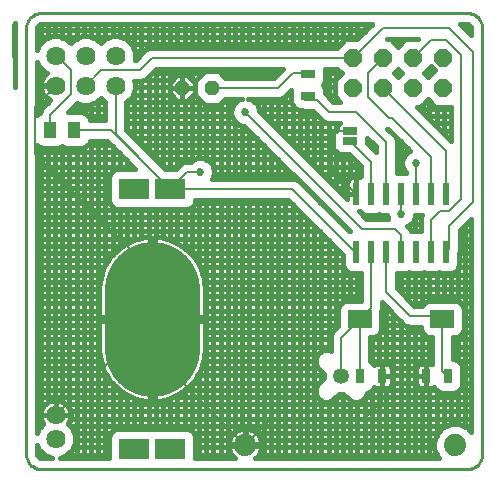
<source format=gtl>
G75*
%MOIN*%
%OFA0B0*%
%FSLAX24Y24*%
%IPPOS*%
%LPD*%
%AMOC8*
5,1,8,0,0,1.08239X$1,22.5*
%
%ADD10C,0.0098*%
%ADD11C,0.0100*%
%ADD12C,0.0640*%
%ADD13OC8,0.0600*%
%ADD14R,0.0433X0.0551*%
%ADD15R,0.1000X0.0700*%
%ADD16C,0.3150*%
%ADD17R,0.0315X0.0472*%
%ADD18R,0.0500X0.0250*%
%ADD19C,0.0740*%
%ADD20R,0.0787X0.0591*%
%ADD21OC8,0.0480*%
%ADD22R,0.0472X0.0315*%
%ADD23R,0.0220X0.0780*%
%ADD24C,0.0531*%
%ADD25C,0.0160*%
%ADD26C,0.0060*%
%ADD27C,0.0270*%
D10*
X001077Y000600D02*
X015277Y000600D01*
X015777Y001100D02*
X015777Y015300D01*
X015277Y015800D02*
X001077Y015800D01*
X000577Y015300D02*
X000577Y001100D01*
X000579Y001056D01*
X000585Y001013D01*
X000594Y000971D01*
X000607Y000929D01*
X000624Y000889D01*
X000644Y000850D01*
X000667Y000813D01*
X000694Y000779D01*
X000723Y000746D01*
X000756Y000717D01*
X000790Y000690D01*
X000827Y000667D01*
X000866Y000647D01*
X000906Y000630D01*
X000948Y000617D01*
X000990Y000608D01*
X001033Y000602D01*
X001077Y000600D01*
D11*
X015277Y000600D02*
X015321Y000602D01*
X015364Y000608D01*
X015406Y000617D01*
X015448Y000630D01*
X015488Y000647D01*
X015527Y000667D01*
X015564Y000690D01*
X015598Y000717D01*
X015631Y000746D01*
X015660Y000779D01*
X015687Y000813D01*
X015710Y000850D01*
X015730Y000889D01*
X015747Y000929D01*
X015760Y000971D01*
X015769Y001013D01*
X015775Y001056D01*
X015777Y001100D01*
X015777Y015300D02*
X015775Y015344D01*
X015769Y015387D01*
X015760Y015429D01*
X015747Y015471D01*
X015730Y015511D01*
X015710Y015550D01*
X015687Y015587D01*
X015660Y015621D01*
X015631Y015654D01*
X015598Y015683D01*
X015564Y015710D01*
X015527Y015733D01*
X015488Y015753D01*
X015448Y015770D01*
X015406Y015783D01*
X015364Y015792D01*
X015321Y015798D01*
X015277Y015800D01*
X001077Y015800D02*
X001033Y015798D01*
X000990Y015792D01*
X000948Y015783D01*
X000906Y015770D01*
X000866Y015753D01*
X000827Y015733D01*
X000790Y015710D01*
X000756Y015683D01*
X000723Y015654D01*
X000694Y015621D01*
X000667Y015587D01*
X000644Y015550D01*
X000624Y015511D01*
X000607Y015471D01*
X000594Y015429D01*
X000585Y015387D01*
X000579Y015344D01*
X000577Y015300D01*
D12*
X001557Y014379D03*
X002557Y014379D03*
X003557Y014379D03*
X003557Y013379D03*
X002557Y013379D03*
X001557Y013379D03*
X001560Y002394D03*
X001560Y001606D03*
D13*
X011477Y013300D03*
X012477Y013300D03*
X013477Y013300D03*
X014477Y013300D03*
X014477Y014300D03*
X013477Y014300D03*
X012477Y014300D03*
X011477Y014300D03*
D14*
X002171Y011900D03*
X001383Y011900D03*
D15*
X004167Y009931D03*
X005387Y009931D03*
X005387Y001269D03*
X004167Y001269D03*
D16*
X004777Y004616D02*
X004777Y006584D01*
D17*
X011723Y003700D03*
X012431Y003700D03*
X013923Y003700D03*
X014631Y003700D03*
D18*
X011377Y011538D03*
X011377Y011862D03*
D19*
X014877Y001400D03*
X007877Y001400D03*
D20*
X011699Y005600D03*
X014455Y005600D03*
D21*
X006777Y013300D03*
X005777Y013300D03*
D22*
X009977Y013046D03*
X009977Y013754D03*
D23*
X011577Y009770D03*
X012077Y009770D03*
X012577Y009770D03*
X013077Y009770D03*
X013577Y009770D03*
X014077Y009770D03*
X014577Y009770D03*
X014577Y007830D03*
X014077Y007830D03*
X013577Y007830D03*
X013077Y007830D03*
X012577Y007830D03*
X012077Y007830D03*
X011577Y007830D03*
D24*
X011077Y003700D03*
D25*
X010491Y003720D02*
X006286Y003720D01*
X006258Y003672D02*
X006335Y003805D01*
X006400Y003944D01*
X006452Y004088D01*
X006492Y004236D01*
X006518Y004386D01*
X006532Y004539D01*
X006532Y005520D01*
X004857Y005520D01*
X004857Y005680D01*
X006532Y005680D01*
X006532Y006661D01*
X006518Y006814D01*
X006492Y006964D01*
X006452Y007112D01*
X006400Y007256D01*
X006335Y007395D01*
X006258Y007528D01*
X006170Y007654D01*
X006072Y007771D01*
X005964Y007879D01*
X005846Y007978D01*
X005721Y008066D01*
X005588Y008142D01*
X005449Y008207D01*
X005305Y008259D01*
X005157Y008299D01*
X005006Y008326D01*
X004857Y008339D01*
X004857Y005680D01*
X004697Y005680D01*
X004697Y008339D01*
X004548Y008326D01*
X004397Y008299D01*
X004249Y008259D01*
X004105Y008207D01*
X003966Y008142D01*
X003833Y008066D01*
X003708Y007978D01*
X003590Y007879D01*
X003482Y007771D01*
X003383Y007654D01*
X003295Y007528D01*
X003219Y007395D01*
X003154Y007256D01*
X003102Y007112D01*
X003062Y006964D01*
X003035Y006814D01*
X003022Y006661D01*
X003022Y005680D01*
X004697Y005680D01*
X004697Y005520D01*
X004857Y005520D01*
X004857Y002861D01*
X005006Y002874D01*
X005157Y002901D01*
X005305Y002941D01*
X005449Y002993D01*
X005588Y003058D01*
X005721Y003134D01*
X005846Y003222D01*
X005964Y003321D01*
X006072Y003429D01*
X006170Y003546D01*
X006258Y003672D01*
X006337Y003809D02*
X006337Y000969D01*
X006207Y000969D02*
X006207Y001683D01*
X006158Y001801D01*
X006068Y001891D01*
X005951Y001939D01*
X004823Y001939D01*
X004777Y001920D01*
X004730Y001939D01*
X003603Y001939D01*
X003485Y001891D01*
X003395Y001801D01*
X003347Y001683D01*
X003347Y000969D01*
X001695Y000969D01*
X001923Y001064D01*
X002103Y001244D01*
X002200Y001479D01*
X002200Y001734D01*
X002103Y001969D01*
X001968Y002104D01*
X001988Y002132D01*
X002024Y002202D01*
X002048Y002277D01*
X002060Y002354D01*
X002060Y002394D01*
X002060Y002433D01*
X002048Y002511D01*
X002024Y002586D01*
X001988Y002656D01*
X001942Y002719D01*
X001886Y002775D01*
X001822Y002821D01*
X001752Y002857D01*
X001677Y002881D01*
X001600Y002894D01*
X001560Y002894D01*
X001521Y002894D01*
X001443Y002881D01*
X001368Y002857D01*
X001298Y002821D01*
X001235Y002775D01*
X001179Y002719D01*
X001133Y002656D01*
X001097Y002586D01*
X001073Y002511D01*
X001060Y002433D01*
X001060Y002394D01*
X001560Y002394D01*
X001560Y002894D01*
X001560Y002394D01*
X001560Y002394D01*
X001560Y002394D01*
X001060Y002394D01*
X001060Y002354D01*
X001073Y002277D01*
X001097Y002202D01*
X001133Y002132D01*
X001153Y002104D01*
X001018Y001969D01*
X000946Y001796D01*
X000946Y011392D01*
X000985Y011353D01*
X001103Y011304D01*
X001663Y011304D01*
X001777Y011351D01*
X001777Y002845D01*
X001901Y002760D02*
X015408Y002760D01*
X015408Y003000D02*
X011870Y003000D01*
X011874Y003004D02*
X011929Y003136D01*
X011929Y003144D01*
X011944Y003144D01*
X012061Y003192D01*
X012151Y003283D01*
X012166Y003318D01*
X012204Y003296D01*
X012250Y003284D01*
X012431Y003284D01*
X012431Y003700D01*
X012431Y004116D01*
X012250Y004116D01*
X012204Y004104D01*
X012166Y004082D01*
X012151Y004117D01*
X012061Y004208D01*
X012049Y004213D01*
X012049Y004985D01*
X012156Y004985D01*
X012274Y005033D01*
X012364Y005123D01*
X012413Y005241D01*
X012413Y005874D01*
X012427Y005908D01*
X012427Y006155D01*
X013080Y005502D01*
X013080Y005502D01*
X013179Y005403D01*
X013307Y005350D01*
X013741Y005350D01*
X013741Y005241D01*
X013790Y005123D01*
X013880Y005033D01*
X013997Y004985D01*
X014105Y004985D01*
X014105Y004116D01*
X014104Y004116D01*
X013923Y004116D01*
X013923Y003700D01*
X013923Y003700D01*
X013923Y003284D01*
X014104Y003284D01*
X014149Y003296D01*
X014188Y003318D01*
X014202Y003283D01*
X014292Y003192D01*
X014410Y003144D01*
X014852Y003144D01*
X014970Y003192D01*
X015060Y003283D01*
X015109Y003400D01*
X015109Y004000D01*
X015060Y004117D01*
X014970Y004208D01*
X014852Y004256D01*
X014805Y004256D01*
X014805Y004985D01*
X014912Y004985D01*
X015030Y005033D01*
X015120Y005123D01*
X015169Y005241D01*
X015169Y005959D01*
X015120Y006077D01*
X015030Y006167D01*
X014912Y006215D01*
X013997Y006215D01*
X013880Y006167D01*
X013790Y006077D01*
X013779Y006050D01*
X013522Y006050D01*
X012927Y006645D01*
X012927Y007120D01*
X013251Y007120D01*
X013327Y007152D01*
X013403Y007120D01*
X013751Y007120D01*
X013827Y007152D01*
X013903Y007120D01*
X014251Y007120D01*
X014327Y007152D01*
X014403Y007120D01*
X014751Y007120D01*
X014868Y007169D01*
X014958Y007259D01*
X015007Y007376D01*
X015007Y007812D01*
X015027Y007860D01*
X015027Y008555D01*
X015408Y008936D01*
X015408Y001845D01*
X015268Y001985D01*
X015014Y002090D01*
X014740Y002090D01*
X014486Y001985D01*
X014292Y001791D01*
X014187Y001537D01*
X014187Y001263D01*
X014292Y001009D01*
X014332Y000969D01*
X008220Y000969D01*
X008235Y000980D01*
X008296Y001042D01*
X008347Y001112D01*
X008387Y001189D01*
X008413Y001271D01*
X008427Y001357D01*
X008427Y001380D01*
X007897Y001380D01*
X007897Y001420D01*
X008427Y001420D01*
X008427Y001443D01*
X008413Y001529D01*
X008387Y001611D01*
X008347Y001688D01*
X008296Y001758D01*
X008235Y001820D01*
X008165Y001870D01*
X008088Y001910D01*
X008006Y001936D01*
X007920Y001950D01*
X007897Y001950D01*
X007897Y001420D01*
X007857Y001420D01*
X007857Y001950D01*
X007834Y001950D01*
X007748Y001936D01*
X007666Y001910D01*
X007589Y001870D01*
X007519Y001820D01*
X007457Y001758D01*
X007406Y001688D01*
X007367Y001611D01*
X007340Y001529D01*
X007327Y001443D01*
X007327Y001420D01*
X007857Y001420D01*
X007857Y001380D01*
X007327Y001380D01*
X007327Y001357D01*
X007340Y001271D01*
X007367Y001189D01*
X007406Y001112D01*
X007457Y001042D01*
X007519Y000980D01*
X007534Y000969D01*
X006207Y000969D01*
X006207Y001080D02*
X007430Y001080D01*
X007297Y000969D02*
X007297Y009581D01*
X007057Y009581D02*
X007057Y000969D01*
X006817Y000969D02*
X006817Y009581D01*
X006577Y009581D02*
X006577Y000969D01*
X006207Y001320D02*
X007333Y001320D01*
X007351Y001560D02*
X006207Y001560D01*
X006159Y001800D02*
X007499Y001800D01*
X007537Y001833D02*
X007537Y009581D01*
X007777Y009581D02*
X007777Y001941D01*
X007857Y001800D02*
X007897Y001800D01*
X008017Y001933D02*
X008017Y009581D01*
X008257Y009581D02*
X008257Y001798D01*
X008255Y001800D02*
X014301Y001800D01*
X014257Y001706D02*
X014257Y003228D01*
X014245Y003240D02*
X012109Y003240D01*
X012097Y003228D02*
X012097Y000969D01*
X011857Y000969D02*
X011857Y002987D01*
X011874Y003004D02*
X011773Y002903D01*
X011641Y002848D01*
X011497Y002848D01*
X011365Y002903D01*
X011153Y003114D01*
X011000Y003114D01*
X010789Y002903D01*
X010656Y002848D01*
X010513Y002848D01*
X010381Y002903D01*
X010280Y003004D01*
X010225Y003136D01*
X010225Y003279D01*
X010280Y003412D01*
X010491Y003623D01*
X010491Y003777D01*
X010280Y003988D01*
X010225Y004121D01*
X010225Y004264D01*
X010280Y004396D01*
X010381Y004497D01*
X010513Y004552D01*
X010656Y004552D01*
X010727Y004523D01*
X010727Y005048D01*
X010780Y005176D01*
X010879Y005275D01*
X010879Y005275D01*
X010985Y005381D01*
X010985Y005959D01*
X011034Y006077D01*
X011124Y006167D01*
X011242Y006215D01*
X011727Y006215D01*
X011727Y007120D01*
X011403Y007120D01*
X011286Y007169D01*
X011196Y007259D01*
X011147Y007376D01*
X011147Y007733D01*
X009299Y009581D01*
X006207Y009581D01*
X006207Y009517D01*
X006158Y009399D01*
X006068Y009309D01*
X005951Y009261D01*
X004823Y009261D01*
X004777Y009280D01*
X004730Y009261D01*
X003603Y009261D01*
X003485Y009309D01*
X003395Y009399D01*
X003347Y009517D01*
X003347Y010344D01*
X003395Y010462D01*
X003485Y010552D01*
X003603Y010601D01*
X004222Y010601D01*
X003273Y011550D01*
X002703Y011550D01*
X002658Y011443D01*
X002568Y011353D01*
X002451Y011304D01*
X001890Y011304D01*
X001777Y011351D01*
X001537Y011304D02*
X001537Y002894D01*
X001560Y002760D02*
X001560Y002760D01*
X001560Y002520D02*
X001560Y002520D01*
X001560Y002394D02*
X002060Y002394D01*
X001560Y002394D01*
X001560Y002394D01*
X001537Y002394D02*
X001537Y002394D01*
X001777Y002394D02*
X001777Y002394D01*
X002017Y002394D02*
X002017Y002394D01*
X002049Y002280D02*
X015408Y002280D01*
X015408Y002520D02*
X002045Y002520D01*
X002017Y002599D02*
X002017Y011304D01*
X002257Y011304D02*
X002257Y000969D01*
X002017Y000969D02*
X002017Y001158D01*
X001939Y001080D02*
X003347Y001080D01*
X003217Y000969D02*
X003217Y003809D01*
X003219Y003805D02*
X003295Y003672D01*
X003383Y003546D01*
X003482Y003429D01*
X003590Y003321D01*
X003708Y003222D01*
X003833Y003134D01*
X003966Y003058D01*
X004105Y002993D01*
X004249Y002941D01*
X004397Y002901D01*
X004548Y002874D01*
X004697Y002861D01*
X004697Y005520D01*
X003022Y005520D01*
X003022Y004539D01*
X003035Y004386D01*
X003062Y004236D01*
X003102Y004088D01*
X003154Y003944D01*
X003219Y003805D01*
X003268Y003720D02*
X000946Y003720D01*
X000946Y003960D02*
X003148Y003960D01*
X003072Y004200D02*
X000946Y004200D01*
X000946Y004440D02*
X003031Y004440D01*
X003022Y004680D02*
X000946Y004680D01*
X000946Y004920D02*
X003022Y004920D01*
X003022Y005160D02*
X000946Y005160D01*
X000946Y005400D02*
X003022Y005400D01*
X003217Y005520D02*
X003217Y005680D01*
X003022Y005880D02*
X000946Y005880D01*
X000946Y005640D02*
X004697Y005640D01*
X004657Y005680D02*
X004657Y005520D01*
X004697Y005400D02*
X004857Y005400D01*
X004897Y005520D02*
X004897Y005680D01*
X004857Y005640D02*
X010985Y005640D01*
X010985Y005880D02*
X006532Y005880D01*
X006337Y005680D02*
X006337Y005520D01*
X006532Y005400D02*
X010985Y005400D01*
X010897Y005293D02*
X010897Y007983D01*
X010840Y008040D02*
X005757Y008040D01*
X005857Y007969D02*
X005857Y009261D01*
X005617Y009261D02*
X005617Y008126D01*
X005377Y008233D02*
X005377Y009261D01*
X005137Y009261D02*
X005137Y008303D01*
X005228Y008280D02*
X010600Y008280D01*
X010657Y008223D02*
X010657Y004552D01*
X010727Y004680D02*
X006532Y004680D01*
X006532Y004920D02*
X010727Y004920D01*
X010773Y005160D02*
X006532Y005160D01*
X006097Y005520D02*
X006097Y005680D01*
X005857Y005680D02*
X005857Y005520D01*
X005617Y005520D02*
X005617Y005680D01*
X005377Y005680D02*
X005377Y005520D01*
X005137Y005520D02*
X005137Y005680D01*
X004857Y005880D02*
X004697Y005880D01*
X004697Y006120D02*
X004857Y006120D01*
X004857Y006360D02*
X004697Y006360D01*
X004697Y006600D02*
X004857Y006600D01*
X004857Y006840D02*
X004697Y006840D01*
X004697Y007080D02*
X004857Y007080D01*
X004857Y007320D02*
X004697Y007320D01*
X004697Y007560D02*
X004857Y007560D01*
X004857Y007800D02*
X004697Y007800D01*
X004697Y008040D02*
X004857Y008040D01*
X004857Y008280D02*
X004697Y008280D01*
X004657Y008335D02*
X004657Y009261D01*
X004897Y009261D02*
X004897Y008335D01*
X004417Y008303D02*
X004417Y009261D01*
X004177Y009261D02*
X004177Y008233D01*
X004325Y008280D02*
X000946Y008280D01*
X000946Y008040D02*
X003796Y008040D01*
X003697Y007969D02*
X003697Y009261D01*
X003457Y009338D02*
X003457Y007741D01*
X003511Y007800D02*
X000946Y007800D01*
X000946Y007560D02*
X003318Y007560D01*
X003217Y007391D02*
X003217Y011550D01*
X002977Y011550D02*
X002977Y000969D01*
X002737Y000969D02*
X002737Y011550D01*
X002615Y011400D02*
X003423Y011400D01*
X003457Y011366D02*
X003457Y010523D01*
X003386Y010440D02*
X000946Y010440D01*
X000946Y010680D02*
X004143Y010680D01*
X004177Y010646D02*
X004177Y010601D01*
X003937Y010601D02*
X003937Y010886D01*
X003903Y010920D02*
X000946Y010920D01*
X000946Y011160D02*
X003663Y011160D01*
X003697Y011126D02*
X003697Y010601D01*
X003347Y010200D02*
X000946Y010200D01*
X000946Y009960D02*
X003347Y009960D01*
X003347Y009720D02*
X000946Y009720D01*
X000946Y009480D02*
X003362Y009480D01*
X003937Y009261D02*
X003937Y008126D01*
X003184Y007320D02*
X000946Y007320D01*
X000946Y007080D02*
X003093Y007080D01*
X003040Y006840D02*
X000946Y006840D01*
X000946Y006600D02*
X003022Y006600D01*
X003022Y006360D02*
X000946Y006360D01*
X000946Y006120D02*
X003022Y006120D01*
X003457Y005680D02*
X003457Y005520D01*
X003697Y005520D02*
X003697Y005680D01*
X003937Y005680D02*
X003937Y005520D01*
X004177Y005520D02*
X004177Y005680D01*
X004417Y005680D02*
X004417Y005520D01*
X004697Y005160D02*
X004857Y005160D01*
X004857Y004920D02*
X004697Y004920D01*
X004697Y004680D02*
X004857Y004680D01*
X004857Y004440D02*
X004697Y004440D01*
X004697Y004200D02*
X004857Y004200D01*
X004857Y003960D02*
X004697Y003960D01*
X004697Y003720D02*
X004857Y003720D01*
X004857Y003480D02*
X004697Y003480D01*
X004697Y003240D02*
X004857Y003240D01*
X004857Y003000D02*
X004697Y003000D01*
X004657Y002865D02*
X004657Y001939D01*
X004897Y001939D02*
X004897Y002865D01*
X005137Y002897D02*
X005137Y001939D01*
X005377Y001939D02*
X005377Y002967D01*
X005464Y003000D02*
X010283Y003000D01*
X010417Y002888D02*
X010417Y000969D01*
X010177Y000969D02*
X010177Y008703D01*
X010120Y008760D02*
X000946Y008760D01*
X000946Y008520D02*
X010360Y008520D01*
X010417Y008463D02*
X010417Y004512D01*
X010323Y004440D02*
X006523Y004440D01*
X006482Y004200D02*
X010225Y004200D01*
X010308Y003960D02*
X006406Y003960D01*
X006115Y003480D02*
X010348Y003480D01*
X010417Y003549D02*
X010417Y003851D01*
X010225Y003240D02*
X005867Y003240D01*
X005857Y003231D02*
X005857Y001939D01*
X005617Y001939D02*
X005617Y003074D01*
X006097Y003459D02*
X006097Y001862D01*
X007537Y001420D02*
X007537Y001380D01*
X007777Y001380D02*
X007777Y001420D01*
X007857Y001560D02*
X007897Y001560D01*
X008017Y001420D02*
X008017Y001380D01*
X008257Y001380D02*
X008257Y001420D01*
X008421Y001320D02*
X014187Y001320D01*
X014196Y001560D02*
X008403Y001560D01*
X008324Y001080D02*
X014263Y001080D01*
X014257Y001094D02*
X014257Y000969D01*
X014017Y000969D02*
X014017Y003284D01*
X013923Y003284D02*
X013741Y003284D01*
X013696Y003296D01*
X013655Y003320D01*
X013621Y003353D01*
X013597Y003394D01*
X013585Y003440D01*
X013585Y003700D01*
X013923Y003700D01*
X013923Y003700D01*
X013923Y004116D01*
X013741Y004116D01*
X013696Y004104D01*
X013655Y004080D01*
X013621Y004047D01*
X013597Y004006D01*
X013585Y003960D01*
X012769Y003960D01*
X012769Y003700D01*
X012431Y003700D01*
X012431Y003700D01*
X012431Y003700D01*
X012431Y004116D01*
X012612Y004116D01*
X012658Y004104D01*
X012699Y004080D01*
X012733Y004047D01*
X012756Y004006D01*
X012769Y003960D01*
X012769Y003720D02*
X013585Y003720D01*
X013585Y003700D02*
X013585Y003960D01*
X013585Y003700D02*
X013923Y003700D01*
X013923Y003284D01*
X013777Y003284D02*
X013777Y000969D01*
X013537Y000969D02*
X013537Y005350D01*
X013297Y005354D02*
X013297Y000969D01*
X013057Y000969D02*
X013057Y005525D01*
X012942Y005640D02*
X012413Y005640D01*
X012415Y005880D02*
X012702Y005880D01*
X012817Y005765D02*
X012817Y000969D01*
X012577Y000969D02*
X012577Y003284D01*
X012612Y003284D02*
X012431Y003284D01*
X012431Y003700D01*
X012431Y003700D01*
X012769Y003700D01*
X012769Y003440D01*
X012756Y003394D01*
X012733Y003353D01*
X012699Y003320D01*
X012658Y003296D01*
X012612Y003284D01*
X012769Y003480D02*
X013585Y003480D01*
X013777Y003700D02*
X013777Y003700D01*
X013923Y003700D02*
X013923Y003700D01*
X013923Y003720D02*
X013923Y003720D01*
X013923Y003960D02*
X013923Y003960D01*
X014017Y004116D02*
X014017Y004985D01*
X014105Y004920D02*
X012049Y004920D01*
X012097Y004985D02*
X012097Y004172D01*
X012069Y004200D02*
X014105Y004200D01*
X014105Y004440D02*
X012049Y004440D01*
X012049Y004680D02*
X014105Y004680D01*
X013777Y005155D02*
X013777Y004116D01*
X013923Y003480D02*
X013923Y003480D01*
X014497Y003144D02*
X014497Y001989D01*
X014619Y002040D02*
X002032Y002040D01*
X002017Y002055D02*
X002017Y002188D01*
X002173Y001800D02*
X003395Y001800D01*
X003457Y001862D02*
X003457Y003459D01*
X003439Y003480D02*
X000946Y003480D01*
X000946Y003240D02*
X003686Y003240D01*
X003697Y003231D02*
X003697Y001939D01*
X003937Y001939D02*
X003937Y003074D01*
X004090Y003000D02*
X000946Y003000D01*
X000946Y002760D02*
X001220Y002760D01*
X001297Y002820D02*
X001297Y011304D01*
X001057Y011324D02*
X001057Y002008D01*
X001089Y002040D02*
X000946Y002040D01*
X000946Y001800D02*
X000948Y001800D01*
X000946Y001417D02*
X001018Y001244D01*
X001198Y001064D01*
X001426Y000969D01*
X001077Y000969D01*
X001051Y000972D01*
X001004Y000991D01*
X000968Y001027D01*
X000949Y001074D01*
X000946Y001100D01*
X000946Y001417D01*
X000946Y001320D02*
X000986Y001320D01*
X001057Y001205D02*
X001057Y000971D01*
X000948Y001080D02*
X001182Y001080D01*
X001297Y001023D02*
X001297Y000969D01*
X001777Y000969D02*
X001777Y001003D01*
X002134Y001320D02*
X003347Y001320D01*
X003347Y001560D02*
X002200Y001560D01*
X002497Y000969D02*
X002497Y011324D01*
X002703Y012250D02*
X002658Y012357D01*
X002568Y012447D01*
X002451Y012496D01*
X001967Y012496D01*
X002275Y012803D01*
X002430Y012739D01*
X002684Y012739D01*
X002920Y012836D01*
X003057Y012974D01*
X003195Y012836D01*
X003207Y012831D01*
X003207Y012250D01*
X002703Y012250D01*
X002737Y012250D02*
X002737Y012760D01*
X002924Y012840D02*
X003191Y012840D01*
X002977Y012893D02*
X002977Y012250D01*
X003207Y012360D02*
X002655Y012360D01*
X002497Y012476D02*
X002497Y012739D01*
X002257Y012785D02*
X002257Y012496D01*
X002072Y012600D02*
X003207Y012600D01*
X003907Y012600D02*
X007426Y012600D01*
X007422Y012591D02*
X007422Y012409D01*
X007491Y012242D01*
X007619Y012114D01*
X007786Y012045D01*
X007837Y012045D01*
X011360Y008522D01*
X011351Y008518D01*
X009642Y010227D01*
X009513Y010281D01*
X006779Y010281D01*
X006832Y010409D01*
X006832Y010591D01*
X006763Y010758D01*
X006635Y010886D01*
X006467Y010955D01*
X006286Y010955D01*
X006119Y010886D01*
X006083Y010850D01*
X005887Y010850D01*
X005758Y010797D01*
X005562Y010601D01*
X005212Y010601D01*
X003907Y011906D01*
X003907Y012831D01*
X003920Y012836D01*
X004100Y013016D01*
X004197Y013251D01*
X004197Y013506D01*
X004179Y013550D01*
X004446Y013550D01*
X004575Y013603D01*
X004922Y013950D01*
X009132Y013950D01*
X008832Y013650D01*
X007219Y013650D01*
X007009Y013860D01*
X006545Y013860D01*
X006217Y013532D01*
X006217Y013068D01*
X006545Y012740D01*
X007009Y012740D01*
X007219Y012950D01*
X007774Y012950D01*
X007619Y012886D01*
X007491Y012758D01*
X007422Y012591D01*
X007537Y012803D02*
X007537Y012950D01*
X007573Y012840D02*
X007109Y012840D01*
X007057Y012788D02*
X007057Y010281D01*
X007297Y010281D02*
X007297Y012950D01*
X006817Y012740D02*
X006817Y010627D01*
X006795Y010680D02*
X009202Y010680D01*
X009217Y010665D02*
X009217Y010281D01*
X009457Y010281D02*
X009457Y010425D01*
X009442Y010440D02*
X006832Y010440D01*
X006817Y010373D02*
X006817Y010281D01*
X006577Y010910D02*
X006577Y012740D01*
X006445Y012840D02*
X003924Y012840D01*
X003937Y012853D02*
X003937Y011876D01*
X003933Y011880D02*
X008002Y011880D01*
X008017Y011865D02*
X008017Y010281D01*
X007777Y010281D02*
X007777Y012049D01*
X007613Y012120D02*
X003907Y012120D01*
X003907Y012360D02*
X007442Y012360D01*
X007537Y012197D02*
X007537Y010281D01*
X008257Y010281D02*
X008257Y011625D01*
X008242Y011640D02*
X004173Y011640D01*
X004177Y011636D02*
X004177Y013202D01*
X004197Y013320D02*
X005357Y013320D01*
X005357Y013300D02*
X005777Y013300D01*
X006197Y013300D01*
X006197Y013474D01*
X005951Y013720D01*
X005777Y013720D01*
X005777Y013300D01*
X005777Y013300D01*
X006197Y013300D01*
X006197Y013126D01*
X005951Y012880D01*
X005777Y012880D01*
X005777Y013300D01*
X005777Y013300D01*
X005777Y013300D01*
X005777Y012880D01*
X005603Y012880D01*
X005357Y013126D01*
X005357Y013300D01*
X005777Y013300D01*
X005777Y013720D01*
X005603Y013720D01*
X005357Y013474D01*
X005357Y013300D01*
X005377Y013300D02*
X005377Y013300D01*
X005377Y013106D02*
X005377Y010601D01*
X005137Y010676D02*
X005137Y013950D01*
X005377Y013950D02*
X005377Y013494D01*
X005443Y013560D02*
X004471Y013560D01*
X004417Y013550D02*
X004417Y011396D01*
X004413Y011400D02*
X008482Y011400D01*
X008497Y011385D02*
X008497Y010281D01*
X008737Y010281D02*
X008737Y011145D01*
X008722Y011160D02*
X004653Y011160D01*
X004657Y011156D02*
X004657Y013685D01*
X004772Y013800D02*
X006485Y013800D01*
X006577Y013860D02*
X006577Y013950D01*
X006817Y013950D02*
X006817Y013860D01*
X007057Y013812D02*
X007057Y013950D01*
X007069Y013800D02*
X008982Y013800D01*
X008977Y013795D02*
X008977Y013950D01*
X008737Y013950D02*
X008737Y013650D01*
X008497Y013650D02*
X008497Y013950D01*
X008257Y013950D02*
X008257Y013650D01*
X008017Y013650D02*
X008017Y013950D01*
X007777Y013950D02*
X007777Y013650D01*
X007537Y013650D02*
X007537Y013950D01*
X007297Y013950D02*
X007297Y013650D01*
X007979Y012950D02*
X009046Y012950D01*
X009175Y013003D01*
X009421Y013249D01*
X009421Y012825D01*
X009469Y012707D01*
X009559Y012617D01*
X009677Y012568D01*
X009763Y012568D01*
X009807Y012550D01*
X010132Y012550D01*
X010380Y012302D01*
X010479Y012203D01*
X010607Y012150D01*
X011049Y012150D01*
X011016Y012131D01*
X010983Y012098D01*
X010959Y012057D01*
X010947Y012011D01*
X010947Y011935D01*
X010946Y011934D01*
X010856Y011844D01*
X010807Y011726D01*
X010807Y011349D01*
X010856Y011232D01*
X010946Y011142D01*
X011063Y011093D01*
X011327Y011093D01*
X011727Y010693D01*
X011727Y010373D01*
X011696Y010341D01*
X011695Y010340D01*
X011577Y010340D01*
X011577Y009770D01*
X011577Y009770D01*
X011577Y010340D01*
X011443Y010340D01*
X011397Y010328D01*
X011356Y010304D01*
X011323Y010271D01*
X011299Y010229D01*
X011287Y010184D01*
X011287Y009770D01*
X011287Y009585D01*
X008332Y012540D01*
X008332Y012591D01*
X008263Y012758D01*
X008135Y012886D01*
X007979Y012950D01*
X008017Y012950D02*
X008017Y012934D01*
X008180Y012840D02*
X009421Y012840D01*
X009457Y012737D02*
X009457Y011415D01*
X009472Y011400D02*
X010807Y011400D01*
X010807Y011640D02*
X009232Y011640D01*
X009217Y011655D02*
X009217Y013045D01*
X009252Y013080D02*
X009421Y013080D01*
X008977Y012950D02*
X008977Y011895D01*
X008992Y011880D02*
X010891Y011880D01*
X010897Y011885D02*
X010897Y012150D01*
X011005Y012120D02*
X008752Y012120D01*
X008737Y012135D02*
X008737Y012950D01*
X008497Y012950D02*
X008497Y012375D01*
X008512Y012360D02*
X010322Y012360D01*
X010417Y012265D02*
X010417Y010455D01*
X010432Y010440D02*
X011727Y010440D01*
X011617Y010340D02*
X011617Y010803D01*
X011727Y010680D02*
X010192Y010680D01*
X010177Y010695D02*
X010177Y012505D01*
X009937Y012550D02*
X009937Y010935D01*
X009952Y010920D02*
X011500Y010920D01*
X011377Y011043D02*
X011377Y010316D01*
X011291Y010200D02*
X010672Y010200D01*
X010657Y010215D02*
X010657Y012150D01*
X010822Y012850D02*
X010533Y013139D01*
X010533Y013267D01*
X010484Y013384D01*
X010469Y013400D01*
X010484Y013416D01*
X010533Y013533D01*
X010533Y013950D01*
X010950Y013950D01*
X011100Y013800D01*
X010533Y013800D01*
X010657Y013950D02*
X010657Y013015D01*
X010592Y013080D02*
X010857Y013080D01*
X010857Y013043D02*
X011050Y012850D01*
X010822Y012850D01*
X010897Y012850D02*
X010897Y013003D01*
X010857Y013043D02*
X010857Y013557D01*
X011100Y013800D01*
X010897Y013950D02*
X010897Y013597D01*
X010860Y013560D02*
X010533Y013560D01*
X010511Y013320D02*
X010857Y013320D01*
X009697Y012568D02*
X009697Y011175D01*
X009712Y011160D02*
X010927Y011160D01*
X010897Y011190D02*
X010897Y009975D01*
X010912Y009960D02*
X011287Y009960D01*
X011287Y009770D02*
X011577Y009770D01*
X011287Y009770D01*
X011287Y009720D02*
X011152Y009720D01*
X011137Y009735D02*
X011137Y011093D01*
X011947Y011463D02*
X012227Y011183D01*
X012227Y011355D01*
X011947Y011635D01*
X011947Y011463D01*
X012010Y011400D02*
X012182Y011400D01*
X012097Y011485D02*
X012097Y011313D01*
X012692Y011880D02*
X012702Y011880D01*
X012632Y011950D02*
X012622Y011950D01*
X012775Y011797D01*
X012874Y011698D01*
X012927Y011570D01*
X012927Y010480D01*
X013227Y010480D01*
X013227Y010507D01*
X013191Y010542D01*
X013122Y010709D01*
X013122Y010891D01*
X013191Y011058D01*
X013319Y011186D01*
X013374Y011208D01*
X012632Y011950D01*
X012817Y011765D02*
X012817Y011755D01*
X012898Y011640D02*
X012942Y011640D01*
X013057Y011525D02*
X013057Y010480D01*
X013134Y010680D02*
X012927Y010680D01*
X012927Y010920D02*
X013134Y010920D01*
X013293Y011160D02*
X012927Y011160D01*
X012927Y011400D02*
X013182Y011400D01*
X013297Y011285D02*
X013297Y011163D01*
X014152Y012120D02*
X014727Y012120D01*
X014727Y012360D02*
X013912Y012360D01*
X014017Y012255D02*
X014017Y012883D01*
X013977Y012923D02*
X014220Y012680D01*
X014727Y012680D01*
X014727Y011545D01*
X013592Y012680D01*
X013734Y012680D01*
X013977Y012923D01*
X013894Y012840D02*
X014060Y012840D01*
X013777Y012723D02*
X013777Y012495D01*
X013672Y012600D02*
X014727Y012600D01*
X014497Y012680D02*
X014497Y011775D01*
X014392Y011880D02*
X014727Y011880D01*
X014727Y011640D02*
X014632Y011640D01*
X014257Y012015D02*
X014257Y012680D01*
X013977Y013677D02*
X013854Y013800D01*
X014100Y013800D01*
X014017Y013717D02*
X014017Y013963D01*
X014076Y014022D02*
X013854Y013800D01*
X013977Y013677D02*
X014199Y013899D01*
X014076Y014022D01*
X013100Y013800D02*
X012854Y013800D01*
X012977Y013923D01*
X013100Y013800D01*
X012977Y013677D01*
X012854Y013800D01*
X013057Y013757D02*
X013057Y013843D01*
X012977Y014677D02*
X012734Y014920D01*
X012592Y014920D01*
X012622Y014950D01*
X013632Y014950D01*
X013602Y014920D01*
X013220Y014920D01*
X012977Y014677D01*
X013057Y014757D02*
X013057Y014950D01*
X012817Y014950D02*
X012817Y014837D01*
X012894Y014760D02*
X013060Y014760D01*
X013297Y014920D02*
X013297Y014950D01*
X013537Y014950D02*
X013537Y014920D01*
X012113Y015431D02*
X011602Y014920D01*
X011220Y014920D01*
X010950Y014650D01*
X004707Y014650D01*
X004579Y014597D01*
X004480Y014498D01*
X004232Y014250D01*
X004197Y014250D01*
X004197Y014251D01*
X004197Y014506D01*
X004100Y014741D01*
X003920Y014921D01*
X003684Y015019D01*
X003430Y015019D01*
X003195Y014921D01*
X003057Y014784D01*
X002920Y014921D01*
X002684Y015019D01*
X002430Y015019D01*
X002195Y014921D01*
X002057Y014784D01*
X001920Y014921D01*
X001684Y015019D01*
X001430Y015019D01*
X001195Y014921D01*
X001015Y014741D01*
X000946Y014576D01*
X000946Y015225D01*
X000947Y015226D01*
X000947Y015300D01*
X000949Y015325D01*
X000969Y015372D01*
X001005Y015408D01*
X001051Y015428D01*
X001077Y015430D01*
X001150Y015430D01*
X001152Y015431D01*
X012113Y015431D01*
X012097Y015431D02*
X012097Y015415D01*
X011857Y015431D02*
X011857Y015175D01*
X011922Y015240D02*
X000947Y015240D01*
X000946Y015000D02*
X001385Y015000D01*
X001297Y014964D02*
X001297Y015431D01*
X001057Y015428D02*
X001057Y014784D01*
X001033Y014760D02*
X000946Y014760D01*
X000946Y014182D02*
X001015Y014016D01*
X001195Y013836D01*
X001285Y013799D01*
X001231Y013760D01*
X001176Y013704D01*
X001130Y013641D01*
X001094Y013571D01*
X001069Y013496D01*
X001057Y013418D01*
X001057Y013387D01*
X001549Y013387D01*
X001549Y013370D01*
X001057Y013370D01*
X001057Y013339D01*
X001069Y013262D01*
X001094Y013187D01*
X001130Y013117D01*
X001176Y013053D01*
X001231Y012997D01*
X001295Y012951D01*
X001365Y012915D01*
X001389Y012908D01*
X001086Y012605D01*
X001033Y012476D01*
X001033Y012467D01*
X000985Y012447D01*
X000946Y012408D01*
X000946Y014182D01*
X000946Y014040D02*
X001005Y014040D01*
X001057Y013974D02*
X001057Y012533D01*
X001085Y012600D02*
X000946Y012600D01*
X000946Y012840D02*
X001322Y012840D01*
X001297Y012815D02*
X001297Y012950D01*
X001156Y013080D02*
X000946Y013080D01*
X000946Y013320D02*
X001060Y013320D01*
X001297Y013370D02*
X001297Y013387D01*
X001090Y013560D02*
X000946Y013560D01*
X000946Y013800D02*
X001282Y013800D01*
X001537Y013387D02*
X001537Y013370D01*
X002017Y012545D02*
X002017Y012496D01*
X000208Y013340D02*
X000180Y015304D01*
X000187Y015389D01*
X000207Y015462D01*
X000207Y015226D01*
X000208Y015225D01*
X000208Y013340D01*
X000205Y013560D02*
X000208Y013560D01*
X000201Y013800D02*
X000208Y013800D01*
X000198Y014040D02*
X000208Y014040D01*
X000194Y014280D02*
X000208Y014280D01*
X000191Y014520D02*
X000208Y014520D01*
X000188Y014760D02*
X000208Y014760D01*
X000208Y015000D02*
X000184Y015000D01*
X000181Y015240D02*
X000207Y015240D01*
X001537Y015431D02*
X001537Y015019D01*
X001730Y015000D02*
X002385Y015000D01*
X002497Y015019D02*
X002497Y015431D01*
X002737Y015431D02*
X002737Y014997D01*
X002730Y015000D02*
X003385Y015000D01*
X003457Y015019D02*
X003457Y015431D01*
X003697Y015431D02*
X003697Y015014D01*
X003730Y015000D02*
X011682Y015000D01*
X011617Y014935D02*
X011617Y015431D01*
X011377Y015431D02*
X011377Y014920D01*
X011137Y014837D02*
X011137Y015431D01*
X010897Y015431D02*
X010897Y014650D01*
X011060Y014760D02*
X004081Y014760D01*
X003937Y014904D02*
X003937Y015431D01*
X004177Y015431D02*
X004177Y014555D01*
X004191Y014520D02*
X004502Y014520D01*
X004417Y014435D02*
X004417Y015431D01*
X004657Y015431D02*
X004657Y014629D01*
X004897Y014650D02*
X004897Y015431D01*
X005137Y015431D02*
X005137Y014650D01*
X005377Y014650D02*
X005377Y015431D01*
X005617Y015431D02*
X005617Y014650D01*
X005857Y014650D02*
X005857Y015431D01*
X006097Y015431D02*
X006097Y014650D01*
X006337Y014650D02*
X006337Y015431D01*
X006577Y015431D02*
X006577Y014650D01*
X006817Y014650D02*
X006817Y015431D01*
X007057Y015431D02*
X007057Y014650D01*
X007297Y014650D02*
X007297Y015431D01*
X007537Y015431D02*
X007537Y014650D01*
X007777Y014650D02*
X007777Y015431D01*
X008017Y015431D02*
X008017Y014650D01*
X008257Y014650D02*
X008257Y015431D01*
X008497Y015431D02*
X008497Y014650D01*
X008737Y014650D02*
X008737Y015431D01*
X008977Y015431D02*
X008977Y014650D01*
X009217Y014650D02*
X009217Y015431D01*
X009457Y015431D02*
X009457Y014650D01*
X009697Y014650D02*
X009697Y015431D01*
X009937Y015431D02*
X009937Y014650D01*
X010177Y014650D02*
X010177Y015431D01*
X010417Y015431D02*
X010417Y014650D01*
X010657Y014650D02*
X010657Y015431D01*
X008257Y012950D02*
X008257Y012763D01*
X008328Y012600D02*
X009600Y012600D01*
X008962Y010920D02*
X006552Y010920D01*
X006337Y010955D02*
X006337Y012948D01*
X006217Y013080D02*
X006151Y013080D01*
X006097Y013026D02*
X006097Y010863D01*
X006202Y010920D02*
X004893Y010920D01*
X004897Y010916D02*
X004897Y013925D01*
X004262Y014280D02*
X004197Y014280D01*
X003217Y014931D02*
X003217Y015431D01*
X002977Y015431D02*
X002977Y014864D01*
X002257Y014947D02*
X002257Y015431D01*
X002017Y015431D02*
X002017Y014824D01*
X001777Y014980D02*
X001777Y015431D01*
X004126Y013080D02*
X005403Y013080D01*
X005617Y012880D02*
X005617Y010655D01*
X005641Y010680D02*
X005133Y010680D01*
X005857Y010838D02*
X005857Y012880D01*
X005777Y013080D02*
X005777Y013080D01*
X005777Y013300D02*
X005777Y013300D01*
X005777Y013320D02*
X005777Y013320D01*
X005857Y013300D02*
X005857Y013300D01*
X005617Y013300D02*
X005617Y013300D01*
X005777Y013560D02*
X005777Y013560D01*
X005857Y013720D02*
X005857Y013950D01*
X005617Y013950D02*
X005617Y013720D01*
X006097Y013574D02*
X006097Y013950D01*
X006337Y013950D02*
X006337Y013652D01*
X006245Y013560D02*
X006111Y013560D01*
X006197Y013320D02*
X006217Y013320D01*
X006097Y013300D02*
X006097Y013300D01*
X008977Y010905D02*
X008977Y010281D01*
X009669Y010200D02*
X009682Y010200D01*
X009697Y010185D02*
X009697Y010173D01*
X009909Y009960D02*
X009922Y009960D01*
X009937Y009945D02*
X009937Y009933D01*
X010149Y009720D02*
X010162Y009720D01*
X010177Y009705D02*
X010177Y009693D01*
X010389Y009480D02*
X010402Y009480D01*
X010417Y009465D02*
X010417Y009453D01*
X010629Y009240D02*
X010642Y009240D01*
X010657Y009225D02*
X010657Y009213D01*
X010869Y009000D02*
X010882Y009000D01*
X010897Y008985D02*
X010897Y008973D01*
X011109Y008760D02*
X011122Y008760D01*
X011137Y008745D02*
X011137Y008733D01*
X011349Y008520D02*
X011355Y008520D01*
X011857Y009015D02*
X011857Y009079D01*
X011903Y009060D02*
X012251Y009060D01*
X012327Y009092D01*
X012403Y009060D01*
X012622Y009060D01*
X012622Y009009D01*
X012646Y008950D01*
X011922Y008950D01*
X011672Y009200D01*
X011695Y009200D01*
X011696Y009199D01*
X011786Y009109D01*
X011903Y009060D01*
X011872Y009000D02*
X012626Y009000D01*
X012577Y008950D02*
X012577Y009060D01*
X012337Y009087D02*
X012337Y008950D01*
X012097Y008950D02*
X012097Y009060D01*
X011577Y009770D02*
X011577Y009770D01*
X011377Y009770D02*
X011377Y009770D01*
X011577Y009960D02*
X011577Y009960D01*
X011577Y010200D02*
X011577Y010200D01*
X009937Y008943D02*
X009937Y000969D01*
X009697Y000969D02*
X009697Y009183D01*
X009640Y009240D02*
X000946Y009240D01*
X000946Y009000D02*
X009880Y009000D01*
X009457Y009423D02*
X009457Y000969D01*
X009217Y000969D02*
X009217Y009581D01*
X009400Y009480D02*
X006192Y009480D01*
X006097Y009338D02*
X006097Y007741D01*
X006043Y007800D02*
X011080Y007800D01*
X011137Y007743D02*
X011137Y006172D01*
X011077Y006120D02*
X006532Y006120D01*
X006532Y006360D02*
X011727Y006360D01*
X011617Y006215D02*
X011617Y007120D01*
X011727Y007080D02*
X006461Y007080D01*
X006370Y007320D02*
X011170Y007320D01*
X011377Y007131D02*
X011377Y006215D01*
X011727Y006600D02*
X006532Y006600D01*
X006514Y006840D02*
X011727Y006840D01*
X012427Y006120D02*
X012462Y006120D01*
X012577Y006005D02*
X012577Y004116D01*
X012431Y003960D02*
X012431Y003960D01*
X012337Y004116D02*
X012337Y005096D01*
X012379Y005160D02*
X013775Y005160D01*
X013187Y005400D02*
X012413Y005400D01*
X013297Y006275D02*
X013297Y007139D01*
X013537Y007120D02*
X013537Y006050D01*
X013452Y006120D02*
X013833Y006120D01*
X013777Y006050D02*
X013777Y007131D01*
X014017Y007120D02*
X014017Y006215D01*
X014257Y006215D02*
X014257Y007123D01*
X014497Y007120D02*
X014497Y006215D01*
X014737Y006215D02*
X014737Y007120D01*
X014977Y007304D02*
X014977Y006188D01*
X015076Y006120D02*
X015408Y006120D01*
X015408Y006360D02*
X013212Y006360D01*
X013057Y006515D02*
X013057Y007120D01*
X012927Y007080D02*
X015408Y007080D01*
X015408Y007320D02*
X014984Y007320D01*
X015007Y007560D02*
X015408Y007560D01*
X015408Y007800D02*
X015007Y007800D01*
X015027Y008040D02*
X015408Y008040D01*
X015408Y008280D02*
X015027Y008280D01*
X015027Y008520D02*
X015408Y008520D01*
X015408Y008760D02*
X015232Y008760D01*
X015217Y008745D02*
X015217Y002006D01*
X015135Y002040D02*
X015408Y002040D01*
X014977Y002090D02*
X014977Y003199D01*
X015017Y003240D02*
X015408Y003240D01*
X015408Y003480D02*
X015109Y003480D01*
X015109Y003720D02*
X015408Y003720D01*
X015408Y003960D02*
X015109Y003960D01*
X014977Y004200D02*
X015408Y004200D01*
X015408Y004440D02*
X014805Y004440D01*
X014977Y004201D02*
X014977Y005012D01*
X014805Y004920D02*
X015408Y004920D01*
X015408Y004680D02*
X014805Y004680D01*
X015135Y005160D02*
X015408Y005160D01*
X015408Y005400D02*
X015169Y005400D01*
X015169Y005640D02*
X015408Y005640D01*
X015408Y005880D02*
X015169Y005880D01*
X015408Y006600D02*
X012972Y006600D01*
X012927Y006840D02*
X015408Y006840D01*
X013727Y008540D02*
X013403Y008540D01*
X013399Y008538D01*
X013374Y008598D01*
X013280Y008692D01*
X013335Y008714D01*
X013463Y008842D01*
X013532Y009009D01*
X013532Y009060D01*
X013751Y009060D01*
X013767Y009067D01*
X013727Y008970D01*
X013727Y008540D01*
X013537Y008540D02*
X013537Y009060D01*
X013528Y009000D02*
X013739Y009000D01*
X013727Y008760D02*
X013380Y008760D01*
X013297Y008699D02*
X013297Y008675D01*
X011147Y007560D02*
X006236Y007560D01*
X006337Y007391D02*
X006337Y009581D01*
X008497Y009581D02*
X008497Y000969D01*
X008257Y000969D02*
X008257Y001002D01*
X008737Y000969D02*
X008737Y009581D01*
X008977Y009581D02*
X008977Y000969D01*
X010657Y000969D02*
X010657Y002848D01*
X010886Y003000D02*
X011268Y003000D01*
X011377Y002898D02*
X011377Y000969D01*
X011617Y000969D02*
X011617Y002848D01*
X011137Y003114D02*
X011137Y000969D01*
X010897Y000969D02*
X010897Y003011D01*
X012337Y003284D02*
X012337Y000969D01*
X012431Y003480D02*
X012431Y003480D01*
X012431Y003720D02*
X012431Y003720D01*
X012577Y003700D02*
X012577Y003700D01*
X014737Y003144D02*
X014737Y002089D01*
X004417Y001939D02*
X004417Y002897D01*
X004177Y002967D02*
X004177Y001939D01*
X001297Y002394D02*
X001297Y002394D01*
X001072Y002280D02*
X000946Y002280D01*
X000946Y002520D02*
X001076Y002520D01*
X015041Y015431D02*
X015201Y015431D01*
X015203Y015430D01*
X015277Y015430D01*
X015302Y015428D01*
X015349Y015408D01*
X015385Y015372D01*
X015404Y015325D01*
X015407Y015300D01*
X015407Y015226D01*
X015408Y015225D01*
X015408Y015064D01*
X015041Y015431D01*
X015217Y015430D02*
X015217Y015255D01*
X015232Y015240D02*
X015407Y015240D01*
D26*
X014677Y015300D02*
X015477Y014500D01*
X015477Y009500D01*
X014677Y008700D01*
X014677Y007930D01*
X014577Y007830D01*
X014077Y007830D02*
X014077Y008900D01*
X014377Y009200D01*
X014677Y009200D01*
X015077Y009600D01*
X015077Y014400D01*
X014577Y014900D01*
X014077Y014900D01*
X013477Y014300D01*
X012477Y014300D02*
X011977Y013800D01*
X011977Y013000D01*
X012677Y012300D01*
X012777Y012300D01*
X014077Y011000D01*
X014077Y009770D01*
X013577Y009770D02*
X013577Y010800D01*
X012577Y011500D02*
X012577Y009770D01*
X013077Y009770D02*
X013077Y009100D01*
X012877Y008600D02*
X011777Y008600D01*
X007877Y012500D01*
X008977Y013300D02*
X009477Y013800D01*
X009931Y013800D01*
X009977Y013754D01*
X009977Y013046D02*
X009977Y013000D01*
X009877Y012900D01*
X010277Y012900D01*
X010677Y012500D01*
X011577Y012500D01*
X012577Y011500D01*
X012077Y010838D02*
X011377Y011538D01*
X011377Y011862D02*
X010939Y011862D01*
X010777Y011700D01*
X010777Y010570D01*
X011577Y009770D01*
X011577Y010700D01*
X012077Y010838D02*
X012077Y009770D01*
X012877Y008600D02*
X013077Y008400D01*
X013077Y007830D01*
X012577Y007830D02*
X012577Y006500D01*
X013377Y005700D01*
X014355Y005700D01*
X014455Y005600D01*
X014455Y003876D01*
X014631Y003700D01*
X013923Y003700D02*
X012431Y003700D01*
X012431Y002854D01*
X011777Y002200D01*
X008677Y002200D01*
X007877Y001400D01*
X004777Y004500D01*
X004777Y005600D01*
X001571Y002394D01*
X001560Y002394D01*
X004777Y005600D02*
X004777Y007200D01*
X000877Y011100D01*
X000877Y012698D01*
X001557Y013379D01*
X002077Y013100D02*
X002077Y013900D01*
X001598Y014379D01*
X001557Y014379D01*
X002557Y013380D02*
X003077Y013900D01*
X004377Y013900D01*
X004777Y014300D01*
X011477Y014300D01*
X012477Y015300D01*
X014677Y015300D01*
X012477Y013300D02*
X014577Y011200D01*
X014577Y009770D01*
X012077Y007830D02*
X012077Y005978D01*
X011699Y005600D01*
X011077Y004978D01*
X011077Y003700D01*
X011699Y003724D02*
X011723Y003700D01*
X011699Y003724D02*
X011699Y005600D01*
X011577Y007830D02*
X011544Y007830D01*
X009444Y009931D01*
X005387Y009931D01*
X005956Y010500D01*
X006377Y010500D01*
X005387Y009931D02*
X003418Y011900D01*
X002171Y011900D01*
X001383Y011900D02*
X001383Y012406D01*
X002077Y013100D01*
X002557Y013379D02*
X002557Y013380D01*
X003557Y013379D02*
X003557Y011761D01*
X005387Y009931D01*
X006777Y013300D02*
X008977Y013300D01*
D27*
X007877Y012500D03*
X006377Y010500D03*
X011577Y010700D03*
X013077Y009100D03*
X013577Y010800D03*
M02*

</source>
